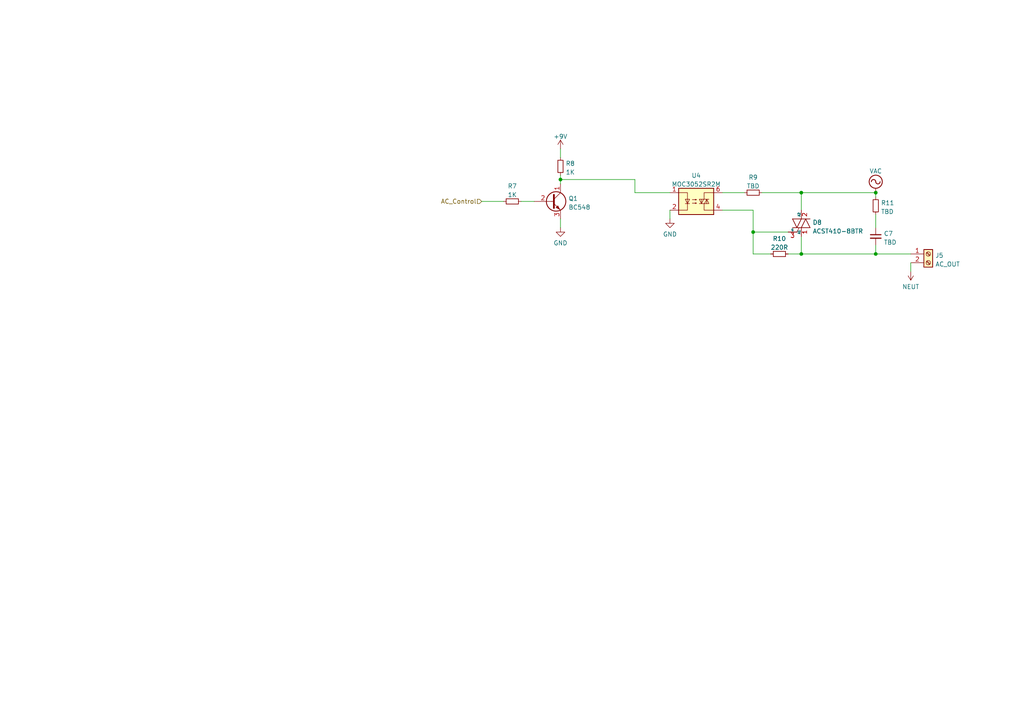
<source format=kicad_sch>
(kicad_sch (version 20211123) (generator eeschema)
  (paper "A4")
  (lib_symbols
    (symbol "Connector:Screw_Terminal_01x02" (pin_names (offset 1.016) hide)
      (property "Reference" "J" (at 0 2.54 0))
      (property "Value" "Screw_Terminal_01x02" (at 0 -5.08 0))
      (symbol "Screw_Terminal_01x02_1_1"
        (rectangle (start -1.27 1.27) (end 1.27 -3.81) (stroke (width 0.254)) (fill (type background)))
        (circle (center 0 -2.54) (radius 0.635) (stroke (width 0.1524)))
        (polyline (pts (xy -0.5334 -2.2098) (xy 0.3302 -3.048)) (stroke (width 0.1524)))
        (polyline (pts (xy -0.5334 0.3302) (xy 0.3302 -0.508)) (stroke (width 0.1524)))
        (polyline (pts (xy -0.3556 -2.032) (xy 0.508 -2.8702)) (stroke (width 0.1524)))
        (polyline (pts (xy -0.3556 0.508) (xy 0.508 -0.3302)) (stroke (width 0.1524)))
        (circle (center 0 0) (radius 0.635) (stroke (width 0.1524)))
        (pin passive line (at -5.08 0 0) (length 3.81) (name "Pin_1") (number "1"))
        (pin passive line (at -5.08 -2.54 0) (length 3.81) (name "Pin_2") (number "2"))
      )
    )
    (symbol "Device:C_Small" (pin_numbers hide) (pin_names (offset 0.254) hide)
      (property "Reference" "C" (at 0.254 1.778 0))
      (property "Value" "C_Small" (at 0.254 -2.032 0))
      (symbol "C_Small_0_1"
        (polyline (pts (xy -1.524 -0.508) (xy 1.524 -0.508)) (stroke (width 0.3302)))
        (polyline (pts (xy -1.524 0.508) (xy 1.524 0.508)) (stroke (width 0.3048)))
      )
      (symbol "C_Small_1_1"
        (pin passive line (at 0 2.54 270) (length 2.032) (name "~") (number "1"))
        (pin passive line (at 0 -2.54 90) (length 2.032) (name "~") (number "2"))
      )
    )
    (symbol "Device:Q_TRIAC_A1A2G" (pin_names (offset 0))
      (property "Reference" "D" (at 3.175 0.635 0))
      (property "Value" "Q_TRIAC_A1A2G" (at 3.175 -1.27 0))
      (symbol "Q_TRIAC_A1A2G_0_1"
        (polyline (pts (xy -2.54 -1.27) (xy 2.54 -1.27)) (stroke (width 0.2032)))
        (polyline (pts (xy -2.54 1.27) (xy 2.54 1.27)) (stroke (width 0.2032)))
        (polyline (pts (xy -1.27 -2.54) (xy -0.635 -1.27)))
        (polyline (pts (xy -2.54 1.27) (xy -1.27 -1.27) (xy 0 1.27)) (stroke (width 0.2032)))
        (polyline (pts (xy 0 -1.27) (xy 1.27 1.27) (xy 2.54 -1.27)) (stroke (width 0.2032)))
      )
      (symbol "Q_TRIAC_A1A2G_1_1"
        (pin passive line (at 0 -3.81 90) (length 2.54) (name "A1") (number "1"))
        (pin passive line (at 0 3.81 270) (length 2.54) (name "A2") (number "2"))
        (pin input line (at -3.81 -2.54 0) (length 2.54) (name "G") (number "3"))
      )
    )
    (symbol "Device:R_Small" (pin_numbers hide) (pin_names (offset 0.254) hide)
      (property "Reference" "R" (at 0.762 0.508 0))
      (property "Value" "R_Small" (at 0.762 -1.016 0))
      (symbol "R_Small_0_1"
        (rectangle (start -0.762 1.778) (end 0.762 -1.778) (stroke (width 0.2032)))
      )
      (symbol "R_Small_1_1"
        (pin passive line (at 0 2.54 270) (length 0.762) (name "~") (number "1"))
        (pin passive line (at 0 -2.54 90) (length 0.762) (name "~") (number "2"))
      )
    )
    (symbol "Relay_SolidState:MOC3052M"
      (property "Reference" "U" (at -5.334 4.826 0))
      (property "Value" "MOC3052M" (at 0 5.08 0))
      (symbol "MOC3052M_0_1"
        (rectangle (start -5.08 3.81) (end 5.08 -3.81) (stroke (width 0.254)) (fill (type background)))
        (polyline (pts (xy -3.175 -0.635) (xy -1.905 -0.635)))
        (polyline (pts (xy 1.524 -0.635) (xy 1.524 0.635)))
        (polyline (pts (xy 3.048 0.635) (xy 3.048 -0.635)))
        (polyline (pts (xy 2.286 -0.635) (xy 2.286 -2.54) (xy 5.08 -2.54)))
        (polyline (pts (xy 2.286 0.635) (xy 2.286 2.54) (xy 5.08 2.54)))
        (polyline (pts (xy -5.08 2.54) (xy -2.54 2.54) (xy -2.54 -2.54) (xy -5.08 -2.54)))
        (polyline (pts (xy -2.54 -0.635) (xy -3.175 0.635) (xy -1.905 0.635) (xy -2.54 -0.635)))
        (polyline (pts (xy 0.889 -0.635) (xy 3.683 -0.635) (xy 3.048 0.635) (xy 2.413 -0.635)))
        (polyline (pts (xy 3.683 0.635) (xy 0.889 0.635) (xy 1.524 -0.635) (xy 2.159 0.635)))
        (polyline (pts (xy -1.143 -0.508) (xy 0.127 -0.508) (xy -0.254 -0.635) (xy -0.254 -0.381) (xy 0.127 -0.508)))
        (polyline (pts (xy -1.143 0.508) (xy 0.127 0.508) (xy -0.254 0.381) (xy -0.254 0.635) (xy 0.127 0.508)))
      )
      (symbol "MOC3052M_1_1"
        (pin passive line (at -7.62 2.54 0) (length 2.54) (name "~") (number "1"))
        (pin passive line (at -7.62 -2.54 0) (length 2.54) (name "~") (number "2"))
        (pin no_connect line (at -5.08 0 0) (length 2.54) hide (name "NC") (number "3"))
        (pin passive line (at 7.62 -2.54 180) (length 2.54) (name "~") (number "4"))
        (pin no_connect line (at 5.08 0 180) (length 2.54) hide (name "NC") (number "5"))
        (pin passive line (at 7.62 2.54 180) (length 2.54) (name "~") (number "6"))
      )
    )
    (symbol "Transistor_BJT:BC548" (pin_names (offset 0) hide)
      (property "Reference" "Q" (at 5.08 1.905 0))
      (property "Value" "BC548" (at 5.08 0 0))
      (symbol "BC548_0_1"
        (polyline (pts (xy 0 0) (xy 0.635 0)))
        (polyline (pts (xy 0.635 0.635) (xy 2.54 2.54)))
        (polyline (pts (xy 0.635 -0.635) (xy 2.54 -2.54) (xy 2.54 -2.54)))
        (polyline (pts (xy 0.635 1.905) (xy 0.635 -1.905) (xy 0.635 -1.905)) (stroke (width 0.508)))
        (polyline (pts (xy 1.27 -1.778) (xy 1.778 -1.27) (xy 2.286 -2.286) (xy 1.27 -1.778) (xy 1.27 -1.778)) (fill (type outline)))
        (circle (center 1.27 0) (radius 2.8194) (stroke (width 0.254)))
      )
      (symbol "BC548_1_1"
        (pin passive line (at 2.54 5.08 270) (length 2.54) (name "C") (number "1"))
        (pin input line (at -5.08 0 0) (length 5.08) (name "B") (number "2"))
        (pin passive line (at 2.54 -5.08 90) (length 2.54) (name "E") (number "3"))
      )
    )
    (symbol "power:+9V" (power) (pin_names (offset 0))
      (property "Value" "+9V" (at 0 3.556 0))
      (symbol "+9V_0_1"
        (polyline (pts (xy -0.762 1.27) (xy 0 2.54)))
        (polyline (pts (xy 0 0) (xy 0 2.54)))
        (polyline (pts (xy 0 2.54) (xy 0.762 1.27)))
      )
      (symbol "+9V_1_1"
        (pin power_in line (at 0 0 90) (length 0) hide (name "+9V") (number "1"))
      )
    )
    (symbol "power:GND" (power) (pin_names (offset 0))
      (property "Value" "GND" (at 0 -3.81 0))
      (symbol "GND_0_1"
        (polyline (pts (xy 0 0) (xy 0 -1.27) (xy 1.27 -1.27) (xy 0 -2.54) (xy -1.27 -1.27) (xy 0 -1.27)))
      )
      (symbol "GND_1_1"
        (pin power_in line (at 0 0 270) (length 0) hide (name "GND") (number "1"))
      )
    )
    (symbol "power:NEUT" (power) (pin_names (offset 0))
      (property "Value" "NEUT" (at 0 3.81 0))
      (symbol "NEUT_0_1"
        (polyline (pts (xy -0.762 1.27) (xy 0 2.54)))
        (polyline (pts (xy 0 0) (xy 0 2.54)))
        (polyline (pts (xy 0 2.54) (xy 0.762 1.27)))
      )
      (symbol "NEUT_1_1"
        (pin power_in line (at 0 0 90) (length 0) hide (name "NEUT") (number "1"))
      )
    )
    (symbol "power:VAC" (power) (pin_names (offset 0))
      (property "Value" "VAC" (at 0 6.35 0))
      (symbol "VAC_0_1"
        (polyline (pts (xy 0 0) (xy 0 1.27)))
        (arc (start 0 3.175) (mid -0.635 3.81) (end -1.27 3.175) (stroke (width 0.254)))
        (arc (start 0 3.175) (mid 0.635 2.54) (end 1.27 3.175) (stroke (width 0.254)))
        (circle (center 0 3.175) (radius 1.905) (stroke (width 0.254)))
      )
      (symbol "VAC_1_1"
        (pin power_in line (at 0 0 90) (length 0) hide (name "VAC") (number "1"))
      )
    )
  )
  (junction (at 218.44 67.31))
  (junction (at 254 55.88))
  (junction (at 232.41 55.88))
  (junction (at 254 73.66))
  (junction (at 162.56 52.07))
  (junction (at 232.41 73.66))
  (wire (pts (xy 254 73.66) (xy 232.41 73.66)))
  (wire (pts (xy 232.41 55.88) (xy 232.41 60.96)))
  (wire (pts (xy 254 73.66) (xy 264.16 73.66)))
  (wire (pts (xy 232.41 73.66) (xy 232.41 68.58)))
  (wire (pts (xy 139.7 58.42) (xy 146.05 58.42)))
  (wire (pts (xy 254 55.88) (xy 232.41 55.88)))
  (wire (pts (xy 162.56 52.07) (xy 184.15 52.07)))
  (wire (pts (xy 218.44 60.96) (xy 218.44 67.31)))
  (wire (pts (xy 218.44 67.31) (xy 228.6 67.31)))
  (wire (pts (xy 162.56 63.5) (xy 162.56 66.04)))
  (wire (pts (xy 228.6 73.66) (xy 232.41 73.66)))
  (wire (pts (xy 218.44 73.66) (xy 218.44 67.31)))
  (wire (pts (xy 254 57.15) (xy 254 55.88)))
  (wire (pts (xy 254 62.23) (xy 254 66.04)))
  (wire (pts (xy 209.55 60.96) (xy 218.44 60.96)))
  (wire (pts (xy 162.56 50.8) (xy 162.56 52.07)))
  (wire (pts (xy 184.15 55.88) (xy 194.31 55.88)))
  (wire (pts (xy 220.98 55.88) (xy 232.41 55.88)))
  (wire (pts (xy 162.56 52.07) (xy 162.56 53.34)))
  (wire (pts (xy 209.55 55.88) (xy 215.9 55.88)))
  (wire (pts (xy 184.15 52.07) (xy 184.15 55.88)))
  (wire (pts (xy 264.16 76.2) (xy 264.16 78.74)))
  (wire (pts (xy 223.52 73.66) (xy 218.44 73.66)))
  (wire (pts (xy 194.31 60.96) (xy 194.31 63.5)))
  (wire (pts (xy 254 71.12) (xy 254 73.66)))
  (wire (pts (xy 162.56 43.18) (xy 162.56 45.72)))
  (wire (pts (xy 151.13 58.42) (xy 154.94 58.42)))
  (hierarchical_label "AC_Control" (shape input) (at 139.7 58.42 180))
  (symbol (lib_id "Device:R_Small") (at 226.06 73.66 90) (unit 1)
    (property "Reference" "R10" (at 226.06 69.2236 90))
    (property "Value" "220R" (at 226.06 71.7605 90))
    (property "Footprint" "Resistor_SMD:R_1206_3216Metric" (effects hide))
  )
  (symbol (lib_id "power:NEUT") (at 264.16 78.74 180) (unit 1)
    (property "Reference" "#PWR027" (effects hide))
    (property "Value" "NEUT" (at 264.16 83.1834 0))
  )
  (symbol (lib_id "Relay_SolidState:MOC3052M") (at 201.93 58.42 0) (unit 1)
    (property "Reference" "U4" (at 201.93 50.9102 0))
    (property "Value" "MOC3052SR2M" (at 201.93 53.4471 0))
    (property "Footprint" "mt_lib:MOC3052SR2M" (effects hide))
    (property "Datasheet" "https://www.onsemi.com/pub/Collateral/MOC3052M-D.PDF" (effects hide))
  )
  (symbol (lib_id "power:GND") (at 162.56 66.04 0) (unit 1)
    (property "Reference" "#PWR024" (effects hide))
    (property "Value" "GND" (at 162.56 70.4834 0))
  )
  (symbol (lib_id "Connector:Screw_Terminal_01x02") (at 269.24 73.66 0) (unit 1)
    (property "Reference" "J5" (at 271.272 74.0953 0) (effects (justify left)))
    (property "Value" "AC_OUT" (at 271.272 76.6322 0) (effects (justify left)))
    (property "Footprint" "mt_lib:CTB0118_2" (effects hide))
  )
  (symbol (lib_id "power:GND") (at 194.31 63.5 0) (unit 1)
    (property "Reference" "#PWR025" (effects hide))
    (property "Value" "GND" (at 194.31 67.9434 0))
  )
  (symbol (lib_id "Device:R_Small") (at 218.44 55.88 90) (unit 1)
    (property "Reference" "R9" (at 218.44 51.4436 90))
    (property "Value" "TBD" (at 218.44 53.9805 90))
    (property "Footprint" "Resistor_SMD:R_1206_3216Metric" (effects hide))
  )
  (symbol (lib_id "Device:R_Small") (at 254 59.69 0) (unit 1)
    (property "Reference" "R11" (at 255.4986 58.8553 0) (effects (justify left)))
    (property "Value" "TBD" (at 255.4986 61.3922 0) (effects (justify left)))
    (property "Footprint" "Resistor_SMD:R_1206_3216Metric" (effects hide))
  )
  (symbol (lib_id "power:VAC") (at 254 55.88 0) (unit 1)
    (property "Reference" "#PWR026" (effects hide))
    (property "Value" "VAC" (at 254 49.6372 0))
  )
  (symbol (lib_id "power:+9V") (at 162.56 43.18 0) (unit 1)
    (property "Reference" "#PWR023" (effects hide))
    (property "Value" "+9V" (at 162.56 39.6042 0))
  )
  (symbol (lib_id "Device:Q_TRIAC_A1A2G") (at 232.41 64.77 0) (unit 1)
    (property "Reference" "D8" (at 235.6866 64.5195 0) (effects (justify left)))
    (property "Value" "ACST410-8BTR" (at 235.6866 67.0564 0) (effects (justify left)))
    (property "Footprint" "Package_TO_SOT_SMD:TO-252-2" (effects hide))
  )
  (symbol (lib_id "Transistor_BJT:BC548") (at 160.02 58.42 0) (unit 1)
    (property "Reference" "Q1" (at 164.8714 57.5853 0) (effects (justify left)))
    (property "Value" "BC548" (at 164.8714 60.1222 0) (effects (justify left)))
    (property "Footprint" "Package_TO_SOT_THT:TO-92_Inline" (effects hide))
    (property "Datasheet" "https://www.onsemi.com/pub/Collateral/BC550-D.pdf" (effects hide))
  )
  (symbol (lib_id "Device:R_Small") (at 162.56 48.26 0) (unit 1)
    (property "Reference" "R8" (at 164.0586 47.4253 0) (effects (justify left)))
    (property "Value" "1K" (at 164.0586 49.9622 0) (effects (justify left)))
    (property "Footprint" "Resistor_SMD:R_1206_3216Metric" (effects hide))
  )
  (symbol (lib_id "Device:R_Small") (at 148.59 58.42 90) (unit 1)
    (property "Reference" "R7" (at 148.59 53.9836 90))
    (property "Value" "1K" (at 148.59 56.5205 90))
    (property "Footprint" "Resistor_SMD:R_1206_3216Metric" (effects hide))
  )
  (symbol (lib_id "Device:C_Small") (at 254 68.58 0) (unit 1)
    (property "Reference" "C7" (at 256.3241 67.7516 0) (effects (justify left)))
    (property "Value" "TBD" (at 256.3241 70.2885 0) (effects (justify left)))
    (property "Footprint" "Capacitor_SMD:C_1206_3216Metric" (effects hide))
  )
)
</source>
